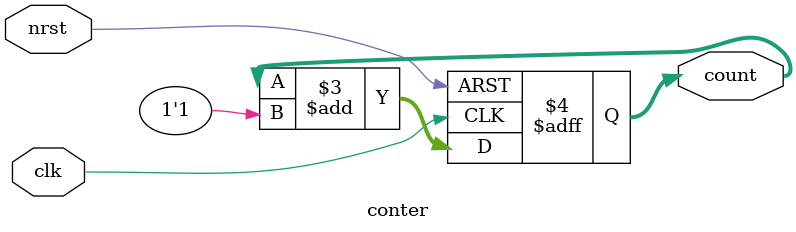
<source format=v>
module conter (
    input nrst,
    input clk,
    output reg [3:0] count
);

always@(posedge clk or negedge nrst)begin
    if(~nrst) count <= 0;
    else count <= count + 1'b1;
end

endmodule
</source>
